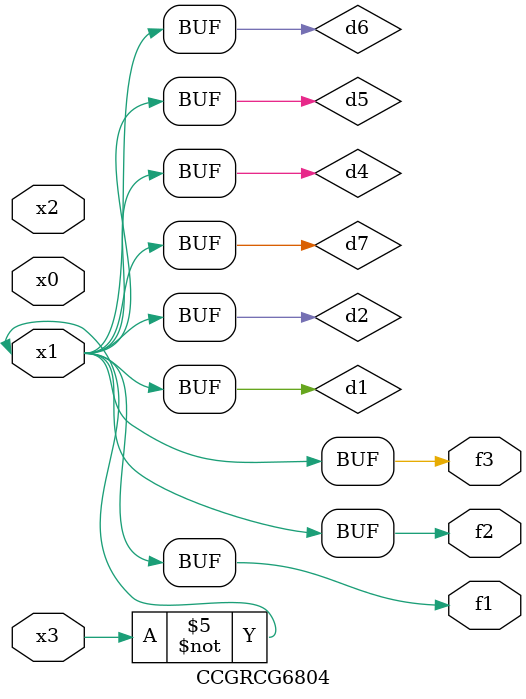
<source format=v>
module CCGRCG6804(
	input x0, x1, x2, x3,
	output f1, f2, f3
);

	wire d1, d2, d3, d4, d5, d6, d7;

	not (d1, x3);
	buf (d2, x1);
	xnor (d3, d1, d2);
	nor (d4, d1);
	buf (d5, d1, d2);
	buf (d6, d4, d5);
	nand (d7, d4);
	assign f1 = d6;
	assign f2 = d7;
	assign f3 = d6;
endmodule

</source>
